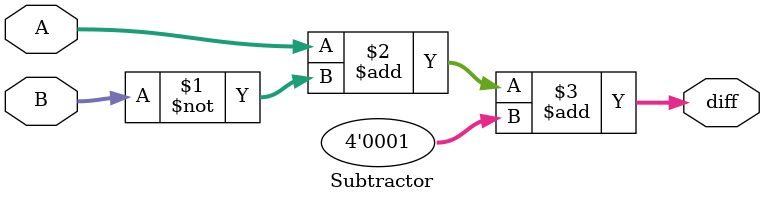
<source format=v>
module Subtractor(A,B,diff);
	input [3:0] A;
	input [3:0] B;
	output [3:0] diff;
	
	assign diff = A+(~B)+4'd1;

endmodule
</source>
